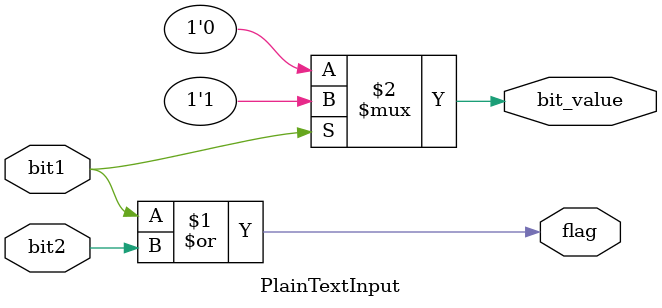
<source format=v>
module PlainTextInput (
    input wire bit1,       // First input bit
    input wire bit2,       // Second input bit
    output wire flag,      // Flag output, set to 1 if any input bit is 1
    output wire bit_value  // Output the bit value that is set
);

    // Set the flag if any of the input bits is 1
    assign flag = bit1 | bit2;

    // Output the bit value that is set (1 if bit1 is set, otherwise 0)
    assign bit_value = bit1 ? 1'b1 : 1'b0;

endmodule
</source>
